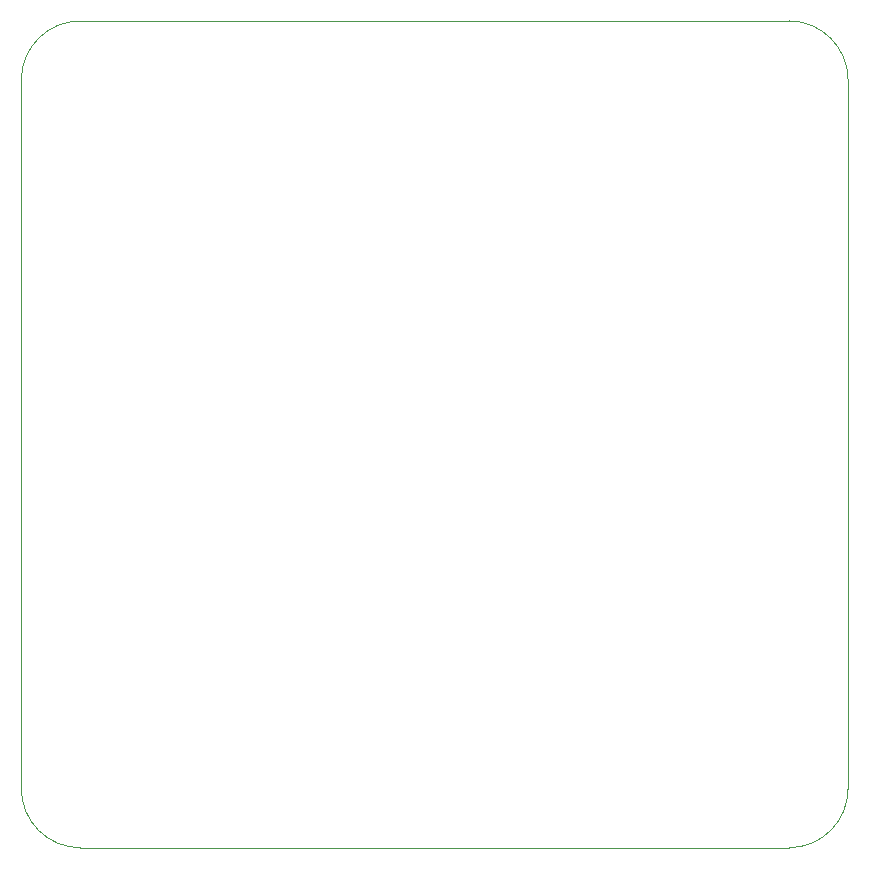
<source format=gbr>
%TF.GenerationSoftware,KiCad,Pcbnew,8.0.7*%
%TF.CreationDate,2025-01-22T21:35:01+01:00*%
%TF.ProjectId,Inverter_KiCAD,496e7665-7274-4657-925f-4b694341442e,rev?*%
%TF.SameCoordinates,Original*%
%TF.FileFunction,Profile,NP*%
%FSLAX46Y46*%
G04 Gerber Fmt 4.6, Leading zero omitted, Abs format (unit mm)*
G04 Created by KiCad (PCBNEW 8.0.7) date 2025-01-22 21:35:01*
%MOMM*%
%LPD*%
G01*
G04 APERTURE LIST*
%TA.AperFunction,Profile*%
%ADD10C,0.100000*%
%TD*%
G04 APERTURE END LIST*
D10*
X205000000Y-150000000D02*
X145000000Y-150000000D01*
X210000999Y-85000000D02*
X210000000Y-145000000D01*
X210000000Y-145000000D02*
G75*
G02*
X205000000Y-150000000I-5000000J0D01*
G01*
X140000000Y-85000000D02*
X140000000Y-145000000D01*
X145000000Y-80000000D02*
X205000000Y-80000000D01*
X140000000Y-85000000D02*
G75*
G02*
X145000000Y-80000000I5000000J0D01*
G01*
X205000000Y-80000000D02*
G75*
G02*
X210001000Y-85000000I500J-5000500D01*
G01*
X145000000Y-150000000D02*
G75*
G02*
X140000000Y-145000000I0J5000000D01*
G01*
M02*

</source>
